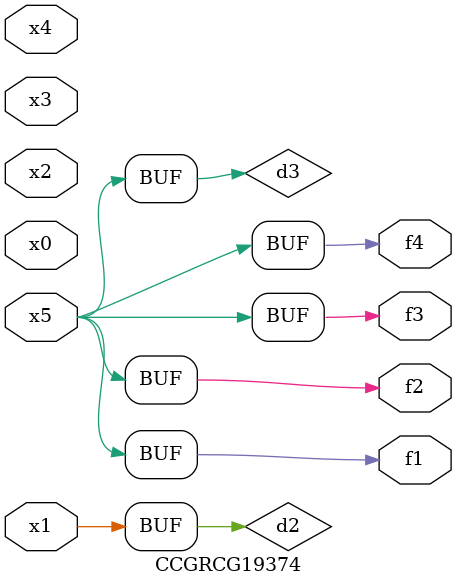
<source format=v>
module CCGRCG19374(
	input x0, x1, x2, x3, x4, x5,
	output f1, f2, f3, f4
);

	wire d1, d2, d3;

	not (d1, x5);
	or (d2, x1);
	xnor (d3, d1);
	assign f1 = d3;
	assign f2 = d3;
	assign f3 = d3;
	assign f4 = d3;
endmodule

</source>
